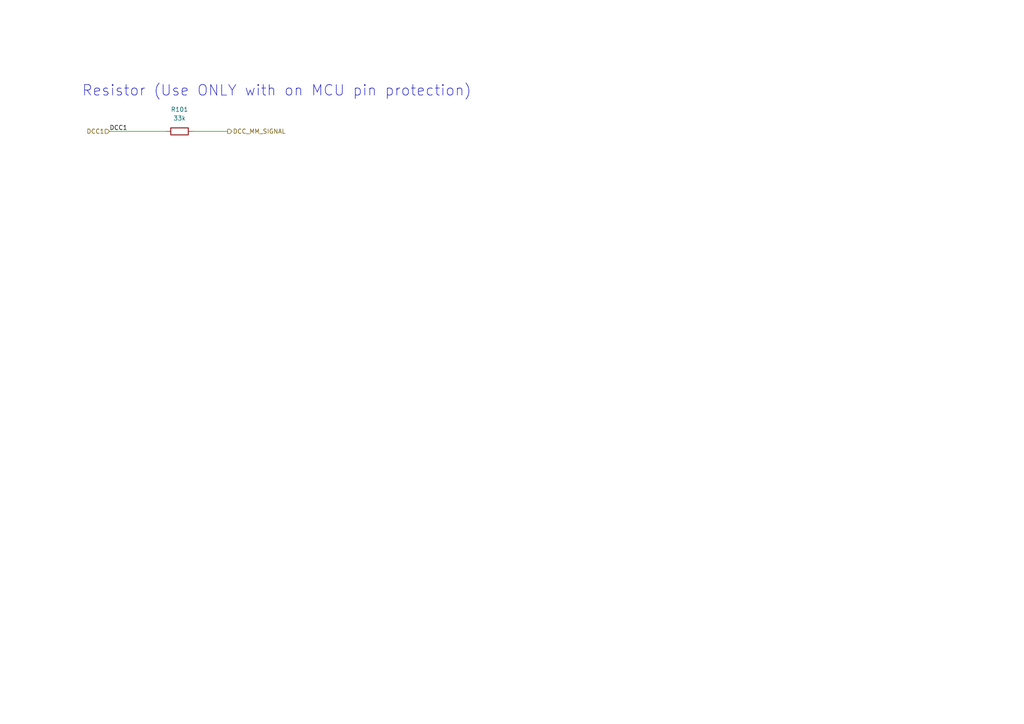
<source format=kicad_sch>
(kicad_sch
	(version 20231120)
	(generator "eeschema")
	(generator_version "8.0")
	(uuid "f9a870df-aaf2-427d-b524-30792058699c")
	(paper "A4")
	(title_block
		(title "xDuinoRail - LocDecoder - Development Kit")
		(date "2024-10-09")
		(rev "v0.2")
		(company "Chatelain Engineering, Bern - CH")
	)
	(lib_symbols
		(symbol "Device:R"
			(pin_numbers hide)
			(pin_names
				(offset 0)
			)
			(exclude_from_sim no)
			(in_bom yes)
			(on_board yes)
			(property "Reference" "R"
				(at 2.032 0 90)
				(effects
					(font
						(size 1.27 1.27)
					)
				)
			)
			(property "Value" "R"
				(at 0 0 90)
				(effects
					(font
						(size 1.27 1.27)
					)
				)
			)
			(property "Footprint" ""
				(at -1.778 0 90)
				(effects
					(font
						(size 1.27 1.27)
					)
					(hide yes)
				)
			)
			(property "Datasheet" "~"
				(at 0 0 0)
				(effects
					(font
						(size 1.27 1.27)
					)
					(hide yes)
				)
			)
			(property "Description" "Resistor"
				(at 0 0 0)
				(effects
					(font
						(size 1.27 1.27)
					)
					(hide yes)
				)
			)
			(property "ki_keywords" "R res resistor"
				(at 0 0 0)
				(effects
					(font
						(size 1.27 1.27)
					)
					(hide yes)
				)
			)
			(property "ki_fp_filters" "R_*"
				(at 0 0 0)
				(effects
					(font
						(size 1.27 1.27)
					)
					(hide yes)
				)
			)
			(symbol "R_0_1"
				(rectangle
					(start -1.016 -2.54)
					(end 1.016 2.54)
					(stroke
						(width 0.254)
						(type default)
					)
					(fill
						(type none)
					)
				)
			)
			(symbol "R_1_1"
				(pin passive line
					(at 0 3.81 270)
					(length 1.27)
					(name "~"
						(effects
							(font
								(size 1.27 1.27)
							)
						)
					)
					(number "1"
						(effects
							(font
								(size 1.27 1.27)
							)
						)
					)
				)
				(pin passive line
					(at 0 -3.81 90)
					(length 1.27)
					(name "~"
						(effects
							(font
								(size 1.27 1.27)
							)
						)
					)
					(number "2"
						(effects
							(font
								(size 1.27 1.27)
							)
						)
					)
				)
			)
		)
	)
	(wire
		(pts
			(xy 31.75 38.1) (xy 48.26 38.1)
		)
		(stroke
			(width 0)
			(type default)
		)
		(uuid "a15e53d1-9517-4ba8-a543-402f4af0ab1c")
	)
	(wire
		(pts
			(xy 55.88 38.1) (xy 66.04 38.1)
		)
		(stroke
			(width 0)
			(type default)
		)
		(uuid "d46e9653-a274-4bea-a7fa-1e27e7584cb1")
	)
	(text "Resistor (Use ONLY with on MCU pin protection)"
		(exclude_from_sim no)
		(at 80.264 26.416 0)
		(effects
			(font
				(size 3.048 3.048)
			)
		)
		(uuid "7d6dbf59-db98-4e12-97af-be371ee8b05a")
	)
	(label "DCC1"
		(at 31.75 38.1 0)
		(effects
			(font
				(size 1.27 1.27)
			)
			(justify left bottom)
		)
		(uuid "ce32574d-dcd3-4759-95da-23c5f7c8514a")
	)
	(hierarchical_label "DCC1"
		(shape input)
		(at 31.75 38.1 180)
		(effects
			(font
				(size 1.27 1.27)
			)
			(justify right)
		)
		(uuid "5dcd3687-654c-403c-96c7-0365a7a00404")
	)
	(hierarchical_label "DCC_MM_SIGNAL"
		(shape output)
		(at 66.04 38.1 0)
		(effects
			(font
				(size 1.27 1.27)
			)
			(justify left)
		)
		(uuid "7efe37b3-1855-4e90-80df-01912cafff11")
	)
	(symbol
		(lib_id "Device:R")
		(at 52.07 38.1 90)
		(unit 1)
		(exclude_from_sim no)
		(in_bom yes)
		(on_board yes)
		(dnp no)
		(fields_autoplaced yes)
		(uuid "8123e40c-480e-446e-869a-525f469145a1")
		(property "Reference" "R101"
			(at 52.07 31.75 90)
			(effects
				(font
					(size 1.27 1.27)
				)
			)
		)
		(property "Value" "33k"
			(at 52.07 34.29 90)
			(effects
				(font
					(size 1.27 1.27)
				)
			)
		)
		(property "Footprint" "Resistor_SMD:R_0402_1005Metric"
			(at 52.07 39.878 90)
			(effects
				(font
					(size 1.27 1.27)
				)
				(hide yes)
			)
		)
		(property "Datasheet" "~"
			(at 52.07 38.1 0)
			(effects
				(font
					(size 1.27 1.27)
				)
				(hide yes)
			)
		)
		(property "Description" "Resistor"
			(at 52.07 38.1 0)
			(effects
				(font
					(size 1.27 1.27)
				)
				(hide yes)
			)
		)
		(property "LCSC" ""
			(at 52.07 38.1 0)
			(effects
				(font
					(size 1.27 1.27)
				)
				(hide yes)
			)
		)
		(property "Field-1" ""
			(at 52.07 38.1 0)
			(effects
				(font
					(size 1.27 1.27)
				)
				(hide yes)
			)
		)
		(property "OLI_ID" "33k_0402"
			(at 52.07 38.1 0)
			(effects
				(font
					(size 1.27 1.27)
				)
				(hide yes)
			)
		)
		(property "Sim.Device" "R"
			(at 52.07 38.1 0)
			(effects
				(font
					(size 1.27 1.27)
				)
				(hide yes)
			)
		)
		(property "Sim.Pins" "1=+ 2=-"
			(at 52.07 38.1 0)
			(effects
				(font
					(size 1.27 1.27)
				)
				(hide yes)
			)
		)
		(property "P/N" ""
			(at 52.07 38.1 0)
			(effects
				(font
					(size 1.27 1.27)
				)
				(hide yes)
			)
		)
		(pin "1"
			(uuid "bfde1545-eb57-48d7-942d-fc789a8eef5d")
		)
		(pin "2"
			(uuid "f2378d49-927a-42f2-a4a7-ae9c8ebe5b02")
		)
		(instances
			(project "rails_signal_extraction_dcc_test"
				(path "/f9a870df-aaf2-427d-b524-30792058699c/2112ffae-5e6c-42bd-91fd-dac3de454b63"
					(reference "R101")
					(unit 1)
				)
			)
			(project "xDuinoRails-Fortuna-M"
				(path "/fb33ec4e-6596-45d2-a121-8d3475acd69a/c9229de7-1ed3-435d-9b11-33fa2e05ec65/3f6df3ac-cacb-4a62-a6cd-afb105728627"
					(reference "R1201")
					(unit 1)
				)
			)
		)
	)
)

</source>
